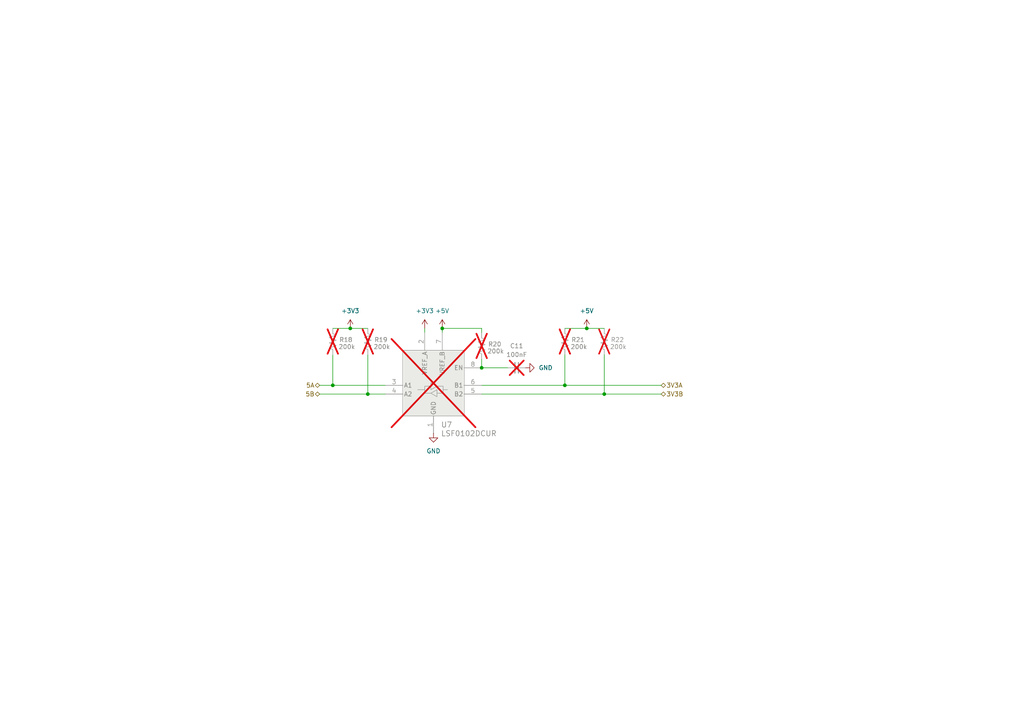
<source format=kicad_sch>
(kicad_sch
	(version 20250114)
	(generator "eeschema")
	(generator_version "9.0")
	(uuid "90abc643-16bc-4cb9-90f4-c6db67ba7ca2")
	(paper "A4")
	(lib_symbols
		(symbol "Device:C_Small"
			(pin_numbers
				(hide yes)
			)
			(pin_names
				(offset 0.254)
				(hide yes)
			)
			(exclude_from_sim no)
			(in_bom yes)
			(on_board yes)
			(property "Reference" "C"
				(at 0.254 1.778 0)
				(effects
					(font
						(size 1.27 1.27)
					)
					(justify left)
				)
			)
			(property "Value" "C_Small"
				(at 0.254 -2.032 0)
				(effects
					(font
						(size 1.27 1.27)
					)
					(justify left)
				)
			)
			(property "Footprint" ""
				(at 0 0 0)
				(effects
					(font
						(size 1.27 1.27)
					)
					(hide yes)
				)
			)
			(property "Datasheet" "~"
				(at 0 0 0)
				(effects
					(font
						(size 1.27 1.27)
					)
					(hide yes)
				)
			)
			(property "Description" "Unpolarized capacitor, small symbol"
				(at 0 0 0)
				(effects
					(font
						(size 1.27 1.27)
					)
					(hide yes)
				)
			)
			(property "ki_keywords" "capacitor cap"
				(at 0 0 0)
				(effects
					(font
						(size 1.27 1.27)
					)
					(hide yes)
				)
			)
			(property "ki_fp_filters" "C_*"
				(at 0 0 0)
				(effects
					(font
						(size 1.27 1.27)
					)
					(hide yes)
				)
			)
			(symbol "C_Small_0_1"
				(polyline
					(pts
						(xy -1.524 0.508) (xy 1.524 0.508)
					)
					(stroke
						(width 0.3048)
						(type default)
					)
					(fill
						(type none)
					)
				)
				(polyline
					(pts
						(xy -1.524 -0.508) (xy 1.524 -0.508)
					)
					(stroke
						(width 0.3302)
						(type default)
					)
					(fill
						(type none)
					)
				)
			)
			(symbol "C_Small_1_1"
				(pin passive line
					(at 0 2.54 270)
					(length 2.032)
					(name "~"
						(effects
							(font
								(size 1.27 1.27)
							)
						)
					)
					(number "1"
						(effects
							(font
								(size 1.27 1.27)
							)
						)
					)
				)
				(pin passive line
					(at 0 -2.54 90)
					(length 2.032)
					(name "~"
						(effects
							(font
								(size 1.27 1.27)
							)
						)
					)
					(number "2"
						(effects
							(font
								(size 1.27 1.27)
							)
						)
					)
				)
			)
			(embedded_fonts no)
		)
		(symbol "Device:R_US"
			(pin_numbers
				(hide yes)
			)
			(pin_names
				(offset 0)
			)
			(exclude_from_sim no)
			(in_bom yes)
			(on_board yes)
			(property "Reference" "R"
				(at 2.54 0 90)
				(effects
					(font
						(size 1.27 1.27)
					)
				)
			)
			(property "Value" "R_US"
				(at -2.54 0 90)
				(effects
					(font
						(size 1.27 1.27)
					)
				)
			)
			(property "Footprint" ""
				(at 1.016 -0.254 90)
				(effects
					(font
						(size 1.27 1.27)
					)
					(hide yes)
				)
			)
			(property "Datasheet" "~"
				(at 0 0 0)
				(effects
					(font
						(size 1.27 1.27)
					)
					(hide yes)
				)
			)
			(property "Description" "Resistor, US symbol"
				(at 0 0 0)
				(effects
					(font
						(size 1.27 1.27)
					)
					(hide yes)
				)
			)
			(property "ki_keywords" "R res resistor"
				(at 0 0 0)
				(effects
					(font
						(size 1.27 1.27)
					)
					(hide yes)
				)
			)
			(property "ki_fp_filters" "R_*"
				(at 0 0 0)
				(effects
					(font
						(size 1.27 1.27)
					)
					(hide yes)
				)
			)
			(symbol "R_US_0_1"
				(polyline
					(pts
						(xy 0 2.286) (xy 0 2.54)
					)
					(stroke
						(width 0)
						(type default)
					)
					(fill
						(type none)
					)
				)
				(polyline
					(pts
						(xy 0 2.286) (xy 1.016 1.905) (xy 0 1.524) (xy -1.016 1.143) (xy 0 0.762)
					)
					(stroke
						(width 0)
						(type default)
					)
					(fill
						(type none)
					)
				)
				(polyline
					(pts
						(xy 0 0.762) (xy 1.016 0.381) (xy 0 0) (xy -1.016 -0.381) (xy 0 -0.762)
					)
					(stroke
						(width 0)
						(type default)
					)
					(fill
						(type none)
					)
				)
				(polyline
					(pts
						(xy 0 -0.762) (xy 1.016 -1.143) (xy 0 -1.524) (xy -1.016 -1.905) (xy 0 -2.286)
					)
					(stroke
						(width 0)
						(type default)
					)
					(fill
						(type none)
					)
				)
				(polyline
					(pts
						(xy 0 -2.286) (xy 0 -2.54)
					)
					(stroke
						(width 0)
						(type default)
					)
					(fill
						(type none)
					)
				)
			)
			(symbol "R_US_1_1"
				(pin passive line
					(at 0 3.81 270)
					(length 1.27)
					(name "~"
						(effects
							(font
								(size 1.27 1.27)
							)
						)
					)
					(number "1"
						(effects
							(font
								(size 1.27 1.27)
							)
						)
					)
				)
				(pin passive line
					(at 0 -3.81 90)
					(length 1.27)
					(name "~"
						(effects
							(font
								(size 1.27 1.27)
							)
						)
					)
					(number "2"
						(effects
							(font
								(size 1.27 1.27)
							)
						)
					)
				)
			)
			(embedded_fonts no)
		)
		(symbol "LSF0102DCUR:LSF0102DCUR"
			(pin_names
				(offset 0.254)
			)
			(exclude_from_sim no)
			(in_bom yes)
			(on_board yes)
			(property "Reference" "U"
				(at 0.508 29.972 0)
				(effects
					(font
						(size 1.524 1.524)
					)
				)
			)
			(property "Value" "LSF0102DCUR"
				(at 0.762 26.67 0)
				(effects
					(font
						(size 1.524 1.524)
					)
				)
			)
			(property "Footprint" "Package_SO:VSSOP-8_2.3x2mm_P0.5mm"
				(at 0 0 0)
				(effects
					(font
						(size 1.27 1.27)
						(italic yes)
					)
					(hide yes)
				)
			)
			(property "Datasheet" "LSF0102DCUR"
				(at 0 0 0)
				(effects
					(font
						(size 1.27 1.27)
						(italic yes)
					)
					(hide yes)
				)
			)
			(property "Description" ""
				(at 0 0 0)
				(effects
					(font
						(size 1.27 1.27)
					)
					(hide yes)
				)
			)
			(property "ki_keywords" "LSF0102DCUR"
				(at 0 0 0)
				(effects
					(font
						(size 1.27 1.27)
					)
					(hide yes)
				)
			)
			(property "ki_fp_filters" "DCU0008A_N DCU0008A_M DCU0008A_L"
				(at 0 0 0)
				(effects
					(font
						(size 1.27 1.27)
					)
					(hide yes)
				)
			)
			(symbol "LSF0102DCUR_0_1"
				(polyline
					(pts
						(xy -2.54 3.81) (xy -2.54 4.826) (xy -0.762 4.826)
					)
					(stroke
						(width 0)
						(type default)
					)
					(fill
						(type none)
					)
				)
				(polyline
					(pts
						(xy -0.762 2.794) (xy -2.54 2.794) (xy -2.54 3.81) (xy -4.572 3.81)
					)
					(stroke
						(width 0)
						(type default)
					)
					(fill
						(type none)
					)
				)
				(polyline
					(pts
						(xy -0.762 2.794) (xy 1.016 3.81) (xy 1.016 1.778) (xy -0.762 2.794)
					)
					(stroke
						(width 0)
						(type default)
					)
					(fill
						(type none)
					)
				)
				(polyline
					(pts
						(xy 1.016 4.826) (xy -0.762 3.81) (xy -0.762 5.842) (xy 1.016 4.826)
					)
					(stroke
						(width 0)
						(type default)
					)
					(fill
						(type none)
					)
				)
				(polyline
					(pts
						(xy 1.016 4.826) (xy 2.794 4.826) (xy 2.794 3.81) (xy 4.064 3.81)
					)
					(stroke
						(width 0)
						(type default)
					)
					(fill
						(type none)
					)
				)
				(polyline
					(pts
						(xy 2.794 3.81) (xy 2.794 2.794) (xy 1.016 2.794)
					)
					(stroke
						(width 0)
						(type default)
					)
					(fill
						(type none)
					)
				)
				(pin bidirectional line
					(at -13.97 5.08 0)
					(length 5.08)
					(name "A1"
						(effects
							(font
								(size 1.27 1.27)
							)
						)
					)
					(number "3"
						(effects
							(font
								(size 1.27 1.27)
							)
						)
					)
				)
				(pin bidirectional line
					(at -13.97 2.54 0)
					(length 5.08)
					(name "A2"
						(effects
							(font
								(size 1.27 1.27)
							)
						)
					)
					(number "4"
						(effects
							(font
								(size 1.27 1.27)
							)
						)
					)
				)
				(pin power_in line
					(at -2.54 20.32 270)
					(length 5.08)
					(name "VREF_A"
						(effects
							(font
								(size 1.27 1.27)
							)
						)
					)
					(number "2"
						(effects
							(font
								(size 1.27 1.27)
							)
						)
					)
				)
				(pin power_in line
					(at 0 -8.89 90)
					(length 5.08)
					(name "GND"
						(effects
							(font
								(size 1.27 1.27)
							)
						)
					)
					(number "1"
						(effects
							(font
								(size 1.27 1.27)
							)
						)
					)
				)
				(pin power_in line
					(at 2.54 20.32 270)
					(length 5.08)
					(name "VREF_B"
						(effects
							(font
								(size 1.27 1.27)
							)
						)
					)
					(number "7"
						(effects
							(font
								(size 1.27 1.27)
							)
						)
					)
				)
				(pin input line
					(at 13.97 10.16 180)
					(length 5.08)
					(name "EN"
						(effects
							(font
								(size 1.27 1.27)
							)
						)
					)
					(number "8"
						(effects
							(font
								(size 1.27 1.27)
							)
						)
					)
				)
				(pin bidirectional line
					(at 13.97 5.08 180)
					(length 5.08)
					(name "B1"
						(effects
							(font
								(size 1.27 1.27)
							)
						)
					)
					(number "6"
						(effects
							(font
								(size 1.27 1.27)
							)
						)
					)
				)
				(pin bidirectional line
					(at 13.97 2.54 180)
					(length 5.08)
					(name "B2"
						(effects
							(font
								(size 1.27 1.27)
							)
						)
					)
					(number "5"
						(effects
							(font
								(size 1.27 1.27)
							)
						)
					)
				)
			)
			(symbol "LSF0102DCUR_1_1"
				(rectangle
					(start -8.89 15.24)
					(end 8.89 -3.81)
					(stroke
						(width 0)
						(type solid)
					)
					(fill
						(type background)
					)
				)
			)
			(embedded_fonts no)
		)
		(symbol "power:+3V3"
			(power)
			(pin_numbers
				(hide yes)
			)
			(pin_names
				(offset 0)
				(hide yes)
			)
			(exclude_from_sim no)
			(in_bom yes)
			(on_board yes)
			(property "Reference" "#PWR"
				(at 0 -3.81 0)
				(effects
					(font
						(size 1.27 1.27)
					)
					(hide yes)
				)
			)
			(property "Value" "+3V3"
				(at 0 3.556 0)
				(effects
					(font
						(size 1.27 1.27)
					)
				)
			)
			(property "Footprint" ""
				(at 0 0 0)
				(effects
					(font
						(size 1.27 1.27)
					)
					(hide yes)
				)
			)
			(property "Datasheet" ""
				(at 0 0 0)
				(effects
					(font
						(size 1.27 1.27)
					)
					(hide yes)
				)
			)
			(property "Description" "Power symbol creates a global label with name \"+3V3\""
				(at 0 0 0)
				(effects
					(font
						(size 1.27 1.27)
					)
					(hide yes)
				)
			)
			(property "ki_keywords" "global power"
				(at 0 0 0)
				(effects
					(font
						(size 1.27 1.27)
					)
					(hide yes)
				)
			)
			(symbol "+3V3_0_1"
				(polyline
					(pts
						(xy -0.762 1.27) (xy 0 2.54)
					)
					(stroke
						(width 0)
						(type default)
					)
					(fill
						(type none)
					)
				)
				(polyline
					(pts
						(xy 0 2.54) (xy 0.762 1.27)
					)
					(stroke
						(width 0)
						(type default)
					)
					(fill
						(type none)
					)
				)
				(polyline
					(pts
						(xy 0 0) (xy 0 2.54)
					)
					(stroke
						(width 0)
						(type default)
					)
					(fill
						(type none)
					)
				)
			)
			(symbol "+3V3_1_1"
				(pin power_in line
					(at 0 0 90)
					(length 0)
					(name "~"
						(effects
							(font
								(size 1.27 1.27)
							)
						)
					)
					(number "1"
						(effects
							(font
								(size 1.27 1.27)
							)
						)
					)
				)
			)
			(embedded_fonts no)
		)
		(symbol "power:+5V"
			(power)
			(pin_numbers
				(hide yes)
			)
			(pin_names
				(offset 0)
				(hide yes)
			)
			(exclude_from_sim no)
			(in_bom yes)
			(on_board yes)
			(property "Reference" "#PWR"
				(at 0 -3.81 0)
				(effects
					(font
						(size 1.27 1.27)
					)
					(hide yes)
				)
			)
			(property "Value" "+5V"
				(at 0 3.556 0)
				(effects
					(font
						(size 1.27 1.27)
					)
				)
			)
			(property "Footprint" ""
				(at 0 0 0)
				(effects
					(font
						(size 1.27 1.27)
					)
					(hide yes)
				)
			)
			(property "Datasheet" ""
				(at 0 0 0)
				(effects
					(font
						(size 1.27 1.27)
					)
					(hide yes)
				)
			)
			(property "Description" "Power symbol creates a global label with name \"+5V\""
				(at 0 0 0)
				(effects
					(font
						(size 1.27 1.27)
					)
					(hide yes)
				)
			)
			(property "ki_keywords" "global power"
				(at 0 0 0)
				(effects
					(font
						(size 1.27 1.27)
					)
					(hide yes)
				)
			)
			(symbol "+5V_0_1"
				(polyline
					(pts
						(xy -0.762 1.27) (xy 0 2.54)
					)
					(stroke
						(width 0)
						(type default)
					)
					(fill
						(type none)
					)
				)
				(polyline
					(pts
						(xy 0 2.54) (xy 0.762 1.27)
					)
					(stroke
						(width 0)
						(type default)
					)
					(fill
						(type none)
					)
				)
				(polyline
					(pts
						(xy 0 0) (xy 0 2.54)
					)
					(stroke
						(width 0)
						(type default)
					)
					(fill
						(type none)
					)
				)
			)
			(symbol "+5V_1_1"
				(pin power_in line
					(at 0 0 90)
					(length 0)
					(name "~"
						(effects
							(font
								(size 1.27 1.27)
							)
						)
					)
					(number "1"
						(effects
							(font
								(size 1.27 1.27)
							)
						)
					)
				)
			)
			(embedded_fonts no)
		)
		(symbol "power:GND"
			(power)
			(pin_numbers
				(hide yes)
			)
			(pin_names
				(offset 0)
				(hide yes)
			)
			(exclude_from_sim no)
			(in_bom yes)
			(on_board yes)
			(property "Reference" "#PWR"
				(at 0 -6.35 0)
				(effects
					(font
						(size 1.27 1.27)
					)
					(hide yes)
				)
			)
			(property "Value" "GND"
				(at 0 -3.81 0)
				(effects
					(font
						(size 1.27 1.27)
					)
				)
			)
			(property "Footprint" ""
				(at 0 0 0)
				(effects
					(font
						(size 1.27 1.27)
					)
					(hide yes)
				)
			)
			(property "Datasheet" ""
				(at 0 0 0)
				(effects
					(font
						(size 1.27 1.27)
					)
					(hide yes)
				)
			)
			(property "Description" "Power symbol creates a global label with name \"GND\" , ground"
				(at 0 0 0)
				(effects
					(font
						(size 1.27 1.27)
					)
					(hide yes)
				)
			)
			(property "ki_keywords" "global power"
				(at 0 0 0)
				(effects
					(font
						(size 1.27 1.27)
					)
					(hide yes)
				)
			)
			(symbol "GND_0_1"
				(polyline
					(pts
						(xy 0 0) (xy 0 -1.27) (xy 1.27 -1.27) (xy 0 -2.54) (xy -1.27 -1.27) (xy 0 -1.27)
					)
					(stroke
						(width 0)
						(type default)
					)
					(fill
						(type none)
					)
				)
			)
			(symbol "GND_1_1"
				(pin power_in line
					(at 0 0 270)
					(length 0)
					(name "~"
						(effects
							(font
								(size 1.27 1.27)
							)
						)
					)
					(number "1"
						(effects
							(font
								(size 1.27 1.27)
							)
						)
					)
				)
			)
			(embedded_fonts no)
		)
	)
	(junction
		(at 175.26 114.3)
		(diameter 0)
		(color 0 0 0 0)
		(uuid "1270bc07-e836-4311-aa59-71ab95d0b8f5")
	)
	(junction
		(at 101.6 95.25)
		(diameter 0)
		(color 0 0 0 0)
		(uuid "175a2048-623a-4678-bfbf-d840f75f0e7b")
	)
	(junction
		(at 139.7 106.68)
		(diameter 0)
		(color 0 0 0 0)
		(uuid "2e0bea6d-3c8a-4f78-be72-d84ef1e7a380")
	)
	(junction
		(at 106.68 114.3)
		(diameter 0)
		(color 0 0 0 0)
		(uuid "50257784-ed6d-4350-aa78-6853bcf84a52")
	)
	(junction
		(at 128.27 95.25)
		(diameter 0)
		(color 0 0 0 0)
		(uuid "55cf288a-a7ac-4c5a-a743-856b2cc2695e")
	)
	(junction
		(at 163.83 111.76)
		(diameter 0)
		(color 0 0 0 0)
		(uuid "8a4bfa67-c1a1-493e-9c1f-991a89a44bed")
	)
	(junction
		(at 96.52 111.76)
		(diameter 0)
		(color 0 0 0 0)
		(uuid "a2df6c4d-a07d-4c5b-be5a-f8497f54a2a7")
	)
	(junction
		(at 170.18 95.25)
		(diameter 0)
		(color 0 0 0 0)
		(uuid "f509b7a9-9142-46c7-b5d5-67d0247df0bf")
	)
	(wire
		(pts
			(xy 128.27 95.25) (xy 128.27 96.52)
		)
		(stroke
			(width 0)
			(type default)
		)
		(uuid "0bf06db1-27ab-468e-8b49-5f9fae381419")
	)
	(wire
		(pts
			(xy 163.83 111.76) (xy 139.7 111.76)
		)
		(stroke
			(width 0)
			(type default)
		)
		(uuid "1160bd85-5ed1-44ac-bc12-f7db918659c5")
	)
	(wire
		(pts
			(xy 96.52 102.87) (xy 96.52 111.76)
		)
		(stroke
			(width 0)
			(type default)
		)
		(uuid "17152792-029b-4e2c-941c-e13fde8e3939")
	)
	(wire
		(pts
			(xy 123.19 95.25) (xy 123.19 96.52)
		)
		(stroke
			(width 0)
			(type default)
		)
		(uuid "1f86f6ce-adc4-4ea5-bd78-13806f32542b")
	)
	(wire
		(pts
			(xy 106.68 102.87) (xy 106.68 114.3)
		)
		(stroke
			(width 0)
			(type default)
		)
		(uuid "2034139d-7346-4562-abdb-42b10e486fb9")
	)
	(wire
		(pts
			(xy 139.7 95.25) (xy 139.7 96.52)
		)
		(stroke
			(width 0)
			(type default)
		)
		(uuid "2a53644c-960a-4af4-9612-62231330ec5c")
	)
	(wire
		(pts
			(xy 191.77 111.76) (xy 163.83 111.76)
		)
		(stroke
			(width 0)
			(type default)
		)
		(uuid "322740ed-15bb-4685-b180-25d8c76f41cb")
	)
	(wire
		(pts
			(xy 170.18 95.25) (xy 175.26 95.25)
		)
		(stroke
			(width 0)
			(type default)
		)
		(uuid "39c2f734-ebf3-4b8c-9633-e06179024030")
	)
	(wire
		(pts
			(xy 175.26 114.3) (xy 139.7 114.3)
		)
		(stroke
			(width 0)
			(type default)
		)
		(uuid "5057d01d-3c0d-4d43-9981-42318c47a865")
	)
	(wire
		(pts
			(xy 139.7 104.14) (xy 139.7 106.68)
		)
		(stroke
			(width 0)
			(type default)
		)
		(uuid "533652e3-c361-42ee-8fd0-deef98009d77")
	)
	(wire
		(pts
			(xy 175.26 102.87) (xy 175.26 114.3)
		)
		(stroke
			(width 0)
			(type default)
		)
		(uuid "696edcf0-f691-46a6-9172-0e6960f20de8")
	)
	(wire
		(pts
			(xy 191.77 114.3) (xy 175.26 114.3)
		)
		(stroke
			(width 0)
			(type default)
		)
		(uuid "757bc1a9-30e8-4244-bf60-c3244b2f5935")
	)
	(wire
		(pts
			(xy 163.83 102.87) (xy 163.83 111.76)
		)
		(stroke
			(width 0)
			(type default)
		)
		(uuid "9bdeffe7-1c5d-4402-a781-566aa1486edd")
	)
	(wire
		(pts
			(xy 147.32 106.68) (xy 139.7 106.68)
		)
		(stroke
			(width 0)
			(type default)
		)
		(uuid "a82ddc2b-c77e-492d-844e-5d592b9b982f")
	)
	(wire
		(pts
			(xy 163.83 95.25) (xy 170.18 95.25)
		)
		(stroke
			(width 0)
			(type default)
		)
		(uuid "aa89367c-2434-4ed6-aa32-67a85c58144a")
	)
	(wire
		(pts
			(xy 92.71 114.3) (xy 106.68 114.3)
		)
		(stroke
			(width 0)
			(type default)
		)
		(uuid "b08f0260-9deb-4b30-b9fe-b8ea8830ddaa")
	)
	(wire
		(pts
			(xy 96.52 95.25) (xy 101.6 95.25)
		)
		(stroke
			(width 0)
			(type default)
		)
		(uuid "b4ba116e-0c3e-49d3-b6dd-981892129dd4")
	)
	(wire
		(pts
			(xy 106.68 114.3) (xy 111.76 114.3)
		)
		(stroke
			(width 0)
			(type default)
		)
		(uuid "bc054c17-34cf-4636-83e3-0ed062b1bfb8")
	)
	(wire
		(pts
			(xy 96.52 111.76) (xy 111.76 111.76)
		)
		(stroke
			(width 0)
			(type default)
		)
		(uuid "d17cc33a-1da9-48ab-bd75-561dc929a93a")
	)
	(wire
		(pts
			(xy 128.27 95.25) (xy 139.7 95.25)
		)
		(stroke
			(width 0)
			(type default)
		)
		(uuid "dc92f374-820c-4b67-bf6a-c75d6682c45a")
	)
	(wire
		(pts
			(xy 92.71 111.76) (xy 96.52 111.76)
		)
		(stroke
			(width 0)
			(type default)
		)
		(uuid "e996de54-6403-45f0-b5f9-941bdc714182")
	)
	(wire
		(pts
			(xy 101.6 95.25) (xy 106.68 95.25)
		)
		(stroke
			(width 0)
			(type default)
		)
		(uuid "f5d12c69-4ee6-431e-a52a-d6d0d4b4246b")
	)
	(hierarchical_label "3V3A"
		(shape bidirectional)
		(at 191.77 111.76 0)
		(effects
			(font
				(size 1.27 1.27)
			)
			(justify left)
		)
		(uuid "4f8f269b-fd9b-4701-a341-540d80b11f1f")
	)
	(hierarchical_label "5A"
		(shape bidirectional)
		(at 92.71 111.76 180)
		(effects
			(font
				(size 1.27 1.27)
			)
			(justify right)
		)
		(uuid "5ebf2261-6174-418c-b57e-9f3defa163e1")
	)
	(hierarchical_label "5B"
		(shape bidirectional)
		(at 92.71 114.3 180)
		(effects
			(font
				(size 1.27 1.27)
			)
			(justify right)
		)
		(uuid "6bac8bf9-cc9c-41c1-a5a0-6b3fa2f05c97")
	)
	(hierarchical_label "3V3B"
		(shape bidirectional)
		(at 191.77 114.3 0)
		(effects
			(font
				(size 1.27 1.27)
			)
			(justify left)
		)
		(uuid "b1249e5d-29ae-4d73-b598-2b4a27fe0b85")
	)
	(symbol
		(lib_id "LSF0102DCUR:LSF0102DCUR")
		(at 125.73 116.84 0)
		(unit 1)
		(exclude_from_sim no)
		(in_bom yes)
		(on_board yes)
		(dnp yes)
		(fields_autoplaced yes)
		(uuid "0cde3f0d-610d-4dae-a8ab-56503f2fe47d")
		(property "Reference" "U7"
			(at 127.8733 123.19 0)
			(effects
				(font
					(size 1.524 1.524)
				)
				(justify left)
			)
		)
		(property "Value" "LSF0102DCUR"
			(at 127.8733 125.73 0)
			(effects
				(font
					(size 1.524 1.524)
				)
				(justify left)
			)
		)
		(property "Footprint" "Package_SO:VSSOP-8_2.3x2mm_P0.5mm"
			(at 125.73 116.84 0)
			(effects
				(font
					(size 1.27 1.27)
					(italic yes)
				)
				(hide yes)
			)
		)
		(property "Datasheet" "LSF0102DCUR"
			(at 125.73 116.84 0)
			(effects
				(font
					(size 1.27 1.27)
					(italic yes)
				)
				(hide yes)
			)
		)
		(property "Description" ""
			(at 125.73 116.84 0)
			(effects
				(font
					(size 1.27 1.27)
				)
				(hide yes)
			)
		)
		(pin "5"
			(uuid "013cee5a-a9ab-476f-aec1-d36bf7f3ce39")
		)
		(pin "3"
			(uuid "e90855e3-d345-4cec-8b3e-02c0672fba3f")
		)
		(pin "2"
			(uuid "3ccb58af-2ce9-4ee3-8122-6f297d5a4fa2")
		)
		(pin "8"
			(uuid "4a963504-af57-44fd-beb2-7ec316edfbf9")
		)
		(pin "6"
			(uuid "904717d9-f017-4484-ace4-3e5d44af6706")
		)
		(pin "1"
			(uuid "1aedca79-f10c-4294-9c8f-007d6f18501b")
		)
		(pin "4"
			(uuid "43cae9df-500d-43dc-a99e-085f9e39da81")
		)
		(pin "7"
			(uuid "620533e7-16b1-43d7-b394-88aab659c6ac")
		)
		(instances
			(project "bldc"
				(path "/277f1ac8-dc34-41d4-888e-4cee9bc5b3a6/2e123f61-40e9-4340-90dc-de43e3477977/98bdf8c3-beb2-440d-b385-86fe390e1193"
					(reference "U7")
					(unit 1)
				)
			)
		)
	)
	(symbol
		(lib_id "Device:R_US")
		(at 139.7 100.33 0)
		(unit 1)
		(exclude_from_sim no)
		(in_bom yes)
		(on_board yes)
		(dnp yes)
		(uuid "16e2a726-253e-431c-b9ed-16ff1e4b5f82")
		(property "Reference" "R20"
			(at 143.51 99.822 0)
			(effects
				(font
					(size 1.27 1.27)
				)
			)
		)
		(property "Value" "200k"
			(at 143.764 101.854 0)
			(effects
				(font
					(size 1.27 1.27)
				)
			)
		)
		(property "Footprint" "Resistor_SMD:R_0603_1608Metric"
			(at 140.716 100.584 90)
			(effects
				(font
					(size 1.27 1.27)
				)
				(hide yes)
			)
		)
		(property "Datasheet" "~"
			(at 139.7 100.33 0)
			(effects
				(font
					(size 1.27 1.27)
				)
				(hide yes)
			)
		)
		(property "Description" "Resistor, US symbol"
			(at 139.7 100.33 0)
			(effects
				(font
					(size 1.27 1.27)
				)
				(hide yes)
			)
		)
		(pin "2"
			(uuid "7bf8f28a-1a19-4992-bbfa-3534ea1ff789")
		)
		(pin "1"
			(uuid "b71bccb3-afc6-44c4-b06b-6cd9186b32bb")
		)
		(instances
			(project "bldc"
				(path "/277f1ac8-dc34-41d4-888e-4cee9bc5b3a6/2e123f61-40e9-4340-90dc-de43e3477977/98bdf8c3-beb2-440d-b385-86fe390e1193"
					(reference "R20")
					(unit 1)
				)
			)
		)
	)
	(symbol
		(lib_id "power:+3V3")
		(at 123.19 95.25 0)
		(unit 1)
		(exclude_from_sim no)
		(in_bom yes)
		(on_board yes)
		(dnp no)
		(fields_autoplaced yes)
		(uuid "3c56ab92-df4e-4a18-afa3-5c15d3aad31d")
		(property "Reference" "#PWR065"
			(at 123.19 99.06 0)
			(effects
				(font
					(size 1.27 1.27)
				)
				(hide yes)
			)
		)
		(property "Value" "+3V3"
			(at 123.19 90.17 0)
			(effects
				(font
					(size 1.27 1.27)
				)
			)
		)
		(property "Footprint" ""
			(at 123.19 95.25 0)
			(effects
				(font
					(size 1.27 1.27)
				)
				(hide yes)
			)
		)
		(property "Datasheet" ""
			(at 123.19 95.25 0)
			(effects
				(font
					(size 1.27 1.27)
				)
				(hide yes)
			)
		)
		(property "Description" "Power symbol creates a global label with name \"+3V3\""
			(at 123.19 95.25 0)
			(effects
				(font
					(size 1.27 1.27)
				)
				(hide yes)
			)
		)
		(pin "1"
			(uuid "cce0e7a4-b858-4993-85d4-348648461813")
		)
		(instances
			(project "bldc"
				(path "/277f1ac8-dc34-41d4-888e-4cee9bc5b3a6/2e123f61-40e9-4340-90dc-de43e3477977/98bdf8c3-beb2-440d-b385-86fe390e1193"
					(reference "#PWR065")
					(unit 1)
				)
			)
		)
	)
	(symbol
		(lib_id "power:+5V")
		(at 170.18 95.25 0)
		(unit 1)
		(exclude_from_sim no)
		(in_bom yes)
		(on_board yes)
		(dnp no)
		(fields_autoplaced yes)
		(uuid "41fe1664-c427-4779-b7bd-55d6dd5c6cea")
		(property "Reference" "#PWR069"
			(at 170.18 99.06 0)
			(effects
				(font
					(size 1.27 1.27)
				)
				(hide yes)
			)
		)
		(property "Value" "+5V"
			(at 170.18 90.17 0)
			(effects
				(font
					(size 1.27 1.27)
				)
			)
		)
		(property "Footprint" ""
			(at 170.18 95.25 0)
			(effects
				(font
					(size 1.27 1.27)
				)
				(hide yes)
			)
		)
		(property "Datasheet" ""
			(at 170.18 95.25 0)
			(effects
				(font
					(size 1.27 1.27)
				)
				(hide yes)
			)
		)
		(property "Description" "Power symbol creates a global label with name \"+5V\""
			(at 170.18 95.25 0)
			(effects
				(font
					(size 1.27 1.27)
				)
				(hide yes)
			)
		)
		(pin "1"
			(uuid "615a9767-c18b-42e8-970d-cc2d2bbeec0d")
		)
		(instances
			(project "bldc"
				(path "/277f1ac8-dc34-41d4-888e-4cee9bc5b3a6/2e123f61-40e9-4340-90dc-de43e3477977/98bdf8c3-beb2-440d-b385-86fe390e1193"
					(reference "#PWR069")
					(unit 1)
				)
			)
		)
	)
	(symbol
		(lib_id "power:GND")
		(at 125.73 125.73 0)
		(unit 1)
		(exclude_from_sim no)
		(in_bom yes)
		(on_board yes)
		(dnp no)
		(fields_autoplaced yes)
		(uuid "5b9e42e9-0c1a-4013-a396-77254c9ad986")
		(property "Reference" "#PWR066"
			(at 125.73 132.08 0)
			(effects
				(font
					(size 1.27 1.27)
				)
				(hide yes)
			)
		)
		(property "Value" "GND"
			(at 125.73 130.81 0)
			(effects
				(font
					(size 1.27 1.27)
				)
			)
		)
		(property "Footprint" ""
			(at 125.73 125.73 0)
			(effects
				(font
					(size 1.27 1.27)
				)
				(hide yes)
			)
		)
		(property "Datasheet" ""
			(at 125.73 125.73 0)
			(effects
				(font
					(size 1.27 1.27)
				)
				(hide yes)
			)
		)
		(property "Description" "Power symbol creates a global label with name \"GND\" , ground"
			(at 125.73 125.73 0)
			(effects
				(font
					(size 1.27 1.27)
				)
				(hide yes)
			)
		)
		(pin "1"
			(uuid "a6fcb3be-2a22-4253-a5b7-bf2e354c38dd")
		)
		(instances
			(project "bldc"
				(path "/277f1ac8-dc34-41d4-888e-4cee9bc5b3a6/2e123f61-40e9-4340-90dc-de43e3477977/98bdf8c3-beb2-440d-b385-86fe390e1193"
					(reference "#PWR066")
					(unit 1)
				)
			)
		)
	)
	(symbol
		(lib_id "Device:R_US")
		(at 106.68 99.06 0)
		(unit 1)
		(exclude_from_sim no)
		(in_bom yes)
		(on_board yes)
		(dnp yes)
		(uuid "668899eb-4d78-4649-b408-c9277fab0eeb")
		(property "Reference" "R19"
			(at 110.49 98.552 0)
			(effects
				(font
					(size 1.27 1.27)
				)
			)
		)
		(property "Value" "200k"
			(at 110.744 100.584 0)
			(effects
				(font
					(size 1.27 1.27)
				)
			)
		)
		(property "Footprint" "Resistor_SMD:R_0603_1608Metric"
			(at 107.696 99.314 90)
			(effects
				(font
					(size 1.27 1.27)
				)
				(hide yes)
			)
		)
		(property "Datasheet" "~"
			(at 106.68 99.06 0)
			(effects
				(font
					(size 1.27 1.27)
				)
				(hide yes)
			)
		)
		(property "Description" "Resistor, US symbol"
			(at 106.68 99.06 0)
			(effects
				(font
					(size 1.27 1.27)
				)
				(hide yes)
			)
		)
		(pin "2"
			(uuid "781bb3d7-670d-4099-8c82-abd7ecb15d01")
		)
		(pin "1"
			(uuid "00282cb6-d3c5-4da6-81b5-7c75e20319a8")
		)
		(instances
			(project "bldc"
				(path "/277f1ac8-dc34-41d4-888e-4cee9bc5b3a6/2e123f61-40e9-4340-90dc-de43e3477977/98bdf8c3-beb2-440d-b385-86fe390e1193"
					(reference "R19")
					(unit 1)
				)
			)
		)
	)
	(symbol
		(lib_id "power:+3V3")
		(at 101.6 95.25 0)
		(unit 1)
		(exclude_from_sim no)
		(in_bom yes)
		(on_board yes)
		(dnp no)
		(fields_autoplaced yes)
		(uuid "6ea4073e-60cd-4229-b278-2dcedef9ad4d")
		(property "Reference" "#PWR064"
			(at 101.6 99.06 0)
			(effects
				(font
					(size 1.27 1.27)
				)
				(hide yes)
			)
		)
		(property "Value" "+3V3"
			(at 101.6 90.17 0)
			(effects
				(font
					(size 1.27 1.27)
				)
			)
		)
		(property "Footprint" ""
			(at 101.6 95.25 0)
			(effects
				(font
					(size 1.27 1.27)
				)
				(hide yes)
			)
		)
		(property "Datasheet" ""
			(at 101.6 95.25 0)
			(effects
				(font
					(size 1.27 1.27)
				)
				(hide yes)
			)
		)
		(property "Description" "Power symbol creates a global label with name \"+3V3\""
			(at 101.6 95.25 0)
			(effects
				(font
					(size 1.27 1.27)
				)
				(hide yes)
			)
		)
		(pin "1"
			(uuid "88fbe023-d1ef-4755-9a1f-d6a97f79ae73")
		)
		(instances
			(project "bldc"
				(path "/277f1ac8-dc34-41d4-888e-4cee9bc5b3a6/2e123f61-40e9-4340-90dc-de43e3477977/98bdf8c3-beb2-440d-b385-86fe390e1193"
					(reference "#PWR064")
					(unit 1)
				)
			)
		)
	)
	(symbol
		(lib_id "Device:R_US")
		(at 163.83 99.06 0)
		(unit 1)
		(exclude_from_sim no)
		(in_bom yes)
		(on_board yes)
		(dnp yes)
		(uuid "6ead85b7-0e12-447f-b582-7e25c5459d00")
		(property "Reference" "R21"
			(at 167.64 98.552 0)
			(effects
				(font
					(size 1.27 1.27)
				)
			)
		)
		(property "Value" "200k"
			(at 167.894 100.584 0)
			(effects
				(font
					(size 1.27 1.27)
				)
			)
		)
		(property "Footprint" "Resistor_SMD:R_0603_1608Metric"
			(at 164.846 99.314 90)
			(effects
				(font
					(size 1.27 1.27)
				)
				(hide yes)
			)
		)
		(property "Datasheet" "~"
			(at 163.83 99.06 0)
			(effects
				(font
					(size 1.27 1.27)
				)
				(hide yes)
			)
		)
		(property "Description" "Resistor, US symbol"
			(at 163.83 99.06 0)
			(effects
				(font
					(size 1.27 1.27)
				)
				(hide yes)
			)
		)
		(pin "2"
			(uuid "fe082b83-021a-4964-a07d-c61e68f35705")
		)
		(pin "1"
			(uuid "ffa5cf3e-b40c-4119-b8bc-f5c86514ae7b")
		)
		(instances
			(project "bldc"
				(path "/277f1ac8-dc34-41d4-888e-4cee9bc5b3a6/2e123f61-40e9-4340-90dc-de43e3477977/98bdf8c3-beb2-440d-b385-86fe390e1193"
					(reference "R21")
					(unit 1)
				)
			)
		)
	)
	(symbol
		(lib_id "Device:R_US")
		(at 96.52 99.06 0)
		(unit 1)
		(exclude_from_sim no)
		(in_bom yes)
		(on_board yes)
		(dnp yes)
		(uuid "ae7d1ba2-0273-44ab-bc9a-dc7a12c25af9")
		(property "Reference" "R18"
			(at 100.33 98.552 0)
			(effects
				(font
					(size 1.27 1.27)
				)
			)
		)
		(property "Value" "200k"
			(at 100.584 100.584 0)
			(effects
				(font
					(size 1.27 1.27)
				)
			)
		)
		(property "Footprint" "Resistor_SMD:R_0603_1608Metric"
			(at 97.536 99.314 90)
			(effects
				(font
					(size 1.27 1.27)
				)
				(hide yes)
			)
		)
		(property "Datasheet" "~"
			(at 96.52 99.06 0)
			(effects
				(font
					(size 1.27 1.27)
				)
				(hide yes)
			)
		)
		(property "Description" "Resistor, US symbol"
			(at 96.52 99.06 0)
			(effects
				(font
					(size 1.27 1.27)
				)
				(hide yes)
			)
		)
		(pin "2"
			(uuid "f215c9c0-33df-4f16-b76b-55058d457d47")
		)
		(pin "1"
			(uuid "c5784bea-12a6-43d7-946c-eb01c5db2695")
		)
		(instances
			(project "bldc"
				(path "/277f1ac8-dc34-41d4-888e-4cee9bc5b3a6/2e123f61-40e9-4340-90dc-de43e3477977/98bdf8c3-beb2-440d-b385-86fe390e1193"
					(reference "R18")
					(unit 1)
				)
			)
		)
	)
	(symbol
		(lib_id "Device:R_US")
		(at 175.26 99.06 0)
		(unit 1)
		(exclude_from_sim no)
		(in_bom yes)
		(on_board yes)
		(dnp yes)
		(uuid "c71e3bad-c942-4d10-a5b9-c22d732b2280")
		(property "Reference" "R22"
			(at 179.07 98.552 0)
			(effects
				(font
					(size 1.27 1.27)
				)
			)
		)
		(property "Value" "200k"
			(at 179.324 100.584 0)
			(effects
				(font
					(size 1.27 1.27)
				)
			)
		)
		(property "Footprint" "Resistor_SMD:R_0603_1608Metric"
			(at 176.276 99.314 90)
			(effects
				(font
					(size 1.27 1.27)
				)
				(hide yes)
			)
		)
		(property "Datasheet" "~"
			(at 175.26 99.06 0)
			(effects
				(font
					(size 1.27 1.27)
				)
				(hide yes)
			)
		)
		(property "Description" "Resistor, US symbol"
			(at 175.26 99.06 0)
			(effects
				(font
					(size 1.27 1.27)
				)
				(hide yes)
			)
		)
		(pin "2"
			(uuid "bb45f671-3238-4cd7-b3f4-b5f447348576")
		)
		(pin "1"
			(uuid "2b6c97f1-1fe8-4637-935b-930da7e3985f")
		)
		(instances
			(project "bldc"
				(path "/277f1ac8-dc34-41d4-888e-4cee9bc5b3a6/2e123f61-40e9-4340-90dc-de43e3477977/98bdf8c3-beb2-440d-b385-86fe390e1193"
					(reference "R22")
					(unit 1)
				)
			)
		)
	)
	(symbol
		(lib_id "power:GND")
		(at 152.4 106.68 90)
		(unit 1)
		(exclude_from_sim no)
		(in_bom yes)
		(on_board yes)
		(dnp no)
		(fields_autoplaced yes)
		(uuid "d8005b52-7981-4ba1-b32f-77fafe931fba")
		(property "Reference" "#PWR068"
			(at 158.75 106.68 0)
			(effects
				(font
					(size 1.27 1.27)
				)
				(hide yes)
			)
		)
		(property "Value" "GND"
			(at 156.21 106.6799 90)
			(effects
				(font
					(size 1.27 1.27)
				)
				(justify right)
			)
		)
		(property "Footprint" ""
			(at 152.4 106.68 0)
			(effects
				(font
					(size 1.27 1.27)
				)
				(hide yes)
			)
		)
		(property "Datasheet" ""
			(at 152.4 106.68 0)
			(effects
				(font
					(size 1.27 1.27)
				)
				(hide yes)
			)
		)
		(property "Description" "Power symbol creates a global label with name \"GND\" , ground"
			(at 152.4 106.68 0)
			(effects
				(font
					(size 1.27 1.27)
				)
				(hide yes)
			)
		)
		(pin "1"
			(uuid "15b7f037-3661-4384-992d-9237945788b5")
		)
		(instances
			(project "bldc"
				(path "/277f1ac8-dc34-41d4-888e-4cee9bc5b3a6/2e123f61-40e9-4340-90dc-de43e3477977/98bdf8c3-beb2-440d-b385-86fe390e1193"
					(reference "#PWR068")
					(unit 1)
				)
			)
		)
	)
	(symbol
		(lib_id "Device:C_Small")
		(at 149.86 106.68 270)
		(unit 1)
		(exclude_from_sim no)
		(in_bom yes)
		(on_board yes)
		(dnp yes)
		(fields_autoplaced yes)
		(uuid "ec6856e4-4e7a-4d5d-97a0-aaaa272fee4c")
		(property "Reference" "C11"
			(at 149.8536 100.33 90)
			(effects
				(font
					(size 1.27 1.27)
				)
			)
		)
		(property "Value" "100nF"
			(at 149.8536 102.87 90)
			(effects
				(font
					(size 1.27 1.27)
				)
			)
		)
		(property "Footprint" "Capacitor_SMD:C_0603_1608Metric"
			(at 149.86 106.68 0)
			(effects
				(font
					(size 1.27 1.27)
				)
				(hide yes)
			)
		)
		(property "Datasheet" "~"
			(at 149.86 106.68 0)
			(effects
				(font
					(size 1.27 1.27)
				)
				(hide yes)
			)
		)
		(property "Description" "Unpolarized capacitor, small symbol"
			(at 149.86 106.68 0)
			(effects
				(font
					(size 1.27 1.27)
				)
				(hide yes)
			)
		)
		(pin "2"
			(uuid "5dcd2261-fcb3-40d2-987c-4f169439b982")
		)
		(pin "1"
			(uuid "60aa18c5-120c-46ef-baa5-7f094302cac6")
		)
		(instances
			(project "bldc"
				(path "/277f1ac8-dc34-41d4-888e-4cee9bc5b3a6/2e123f61-40e9-4340-90dc-de43e3477977/98bdf8c3-beb2-440d-b385-86fe390e1193"
					(reference "C11")
					(unit 1)
				)
			)
		)
	)
	(symbol
		(lib_id "power:+5V")
		(at 128.27 95.25 0)
		(unit 1)
		(exclude_from_sim no)
		(in_bom yes)
		(on_board yes)
		(dnp no)
		(fields_autoplaced yes)
		(uuid "f3088ee3-1268-41fa-9e7c-ec8879d4fc1f")
		(property "Reference" "#PWR067"
			(at 128.27 99.06 0)
			(effects
				(font
					(size 1.27 1.27)
				)
				(hide yes)
			)
		)
		(property "Value" "+5V"
			(at 128.27 90.17 0)
			(effects
				(font
					(size 1.27 1.27)
				)
			)
		)
		(property "Footprint" ""
			(at 128.27 95.25 0)
			(effects
				(font
					(size 1.27 1.27)
				)
				(hide yes)
			)
		)
		(property "Datasheet" ""
			(at 128.27 95.25 0)
			(effects
				(font
					(size 1.27 1.27)
				)
				(hide yes)
			)
		)
		(property "Description" "Power symbol creates a global label with name \"+5V\""
			(at 128.27 95.25 0)
			(effects
				(font
					(size 1.27 1.27)
				)
				(hide yes)
			)
		)
		(pin "1"
			(uuid "71b3897f-6a06-4921-b2a4-5ecb8e6679f9")
		)
		(instances
			(project "bldc"
				(path "/277f1ac8-dc34-41d4-888e-4cee9bc5b3a6/2e123f61-40e9-4340-90dc-de43e3477977/98bdf8c3-beb2-440d-b385-86fe390e1193"
					(reference "#PWR067")
					(unit 1)
				)
			)
		)
	)
)

</source>
